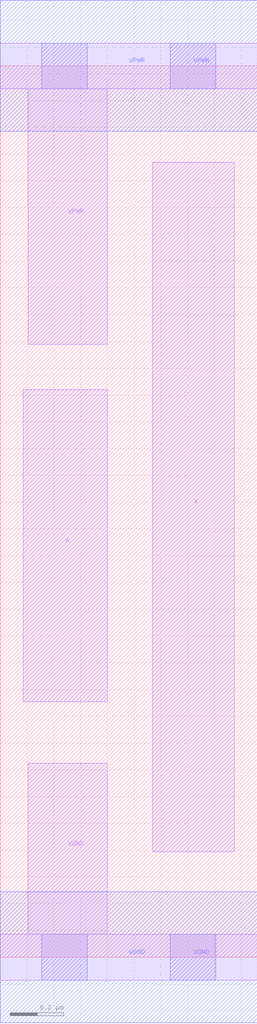
<source format=lef>
# Copyright 2020 The SkyWater PDK Authors
#
# Licensed under the Apache License, Version 2.0 (the "License");
# you may not use this file except in compliance with the License.
# You may obtain a copy of the License at
#
#     https://www.apache.org/licenses/LICENSE-2.0
#
# Unless required by applicable law or agreed to in writing, software
# distributed under the License is distributed on an "AS IS" BASIS,
# WITHOUT WARRANTIES OR CONDITIONS OF ANY KIND, either express or implied.
# See the License for the specific language governing permissions and
# limitations under the License.
#
# SPDX-License-Identifier: Apache-2.0

VERSION 5.7 ;
  NAMESCASESENSITIVE ON ;
  NOWIREEXTENSIONATPIN ON ;
  DIVIDERCHAR "/" ;
  BUSBITCHARS "[]" ;
UNITS
  DATABASE MICRONS 200 ;
END UNITS
MACRO sky130_fd_sc_lp__inv_0
  CLASS CORE ;
  SOURCE USER ;
  FOREIGN sky130_fd_sc_lp__inv_0 ;
  ORIGIN  0.000000  0.000000 ;
  SIZE  0.960000 BY  3.330000 ;
  SYMMETRY X Y R90 ;
  SITE unit ;
  PIN A
    ANTENNAGATEAREA  0.159000 ;
    DIRECTION INPUT ;
    USE SIGNAL ;
    PORT
      LAYER li1 ;
        RECT 0.085000 0.955000 0.400000 2.120000 ;
    END
  END A
  PIN Y
    ANTENNADIFFAREA  0.280900 ;
    DIRECTION OUTPUT ;
    USE SIGNAL ;
    PORT
      LAYER li1 ;
        RECT 0.570000 0.395000 0.875000 2.970000 ;
    END
  END Y
  PIN VGND
    DIRECTION INOUT ;
    USE GROUND ;
    PORT
      LAYER li1 ;
        RECT 0.000000 -0.085000 0.960000 0.085000 ;
        RECT 0.105000  0.085000 0.400000 0.725000 ;
      LAYER mcon ;
        RECT 0.155000 -0.085000 0.325000 0.085000 ;
        RECT 0.635000 -0.085000 0.805000 0.085000 ;
      LAYER met1 ;
        RECT 0.000000 -0.245000 0.960000 0.245000 ;
    END
  END VGND
  PIN VPWR
    DIRECTION INOUT ;
    USE POWER ;
    PORT
      LAYER li1 ;
        RECT 0.000000 3.245000 0.960000 3.415000 ;
        RECT 0.105000 2.290000 0.400000 3.245000 ;
      LAYER mcon ;
        RECT 0.155000 3.245000 0.325000 3.415000 ;
        RECT 0.635000 3.245000 0.805000 3.415000 ;
      LAYER met1 ;
        RECT 0.000000 3.085000 0.960000 3.575000 ;
    END
  END VPWR
END sky130_fd_sc_lp__inv_0

</source>
